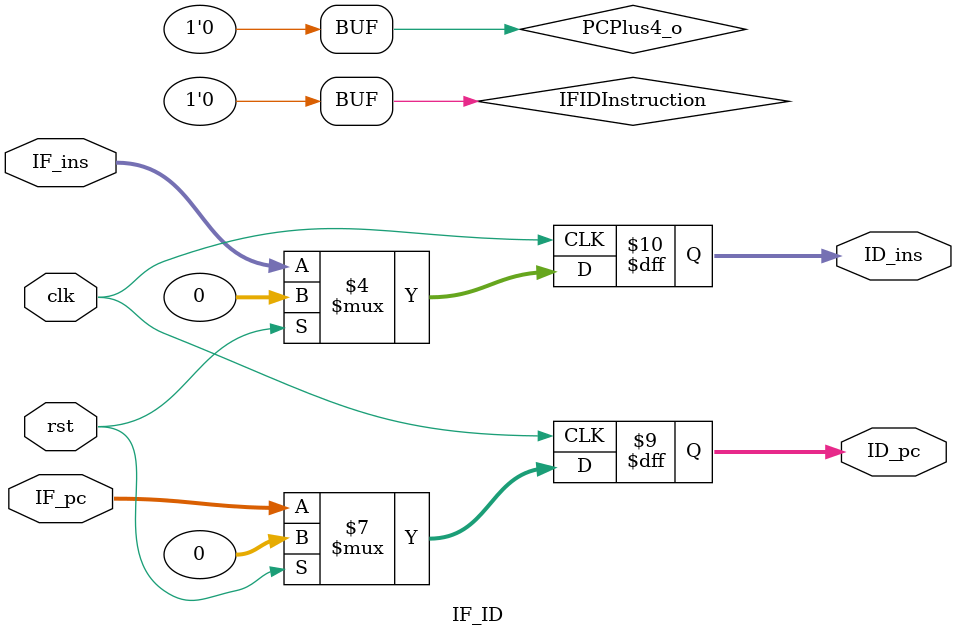
<source format=v>
module IF_ID ( clk, rst, IF_pc, IF_ins, ID_pc, ID_ins);

  input              clk;
  input              rst;
  input       [31:0] IF_pc;  
  input       [31:0] IF_ins;

  output reg  [31:0] ID_pc;
  output reg  [31:0] ID_ins;
  
    initial
    begin
        PCPlus4_o <= 32'b0;
        IFIDInstruction <= 32'b0;
    end

    always @(posedge clk) begin
    	if (rst) begin
    		ID_pc  <= 32'b0;
    		ID_ins <= 32'b0;
    	end
    	else begin
    		ID_pc  <= IF_pc;
    		ID_ins <= IF_ins;
    	end
    end
endmodule
</source>
